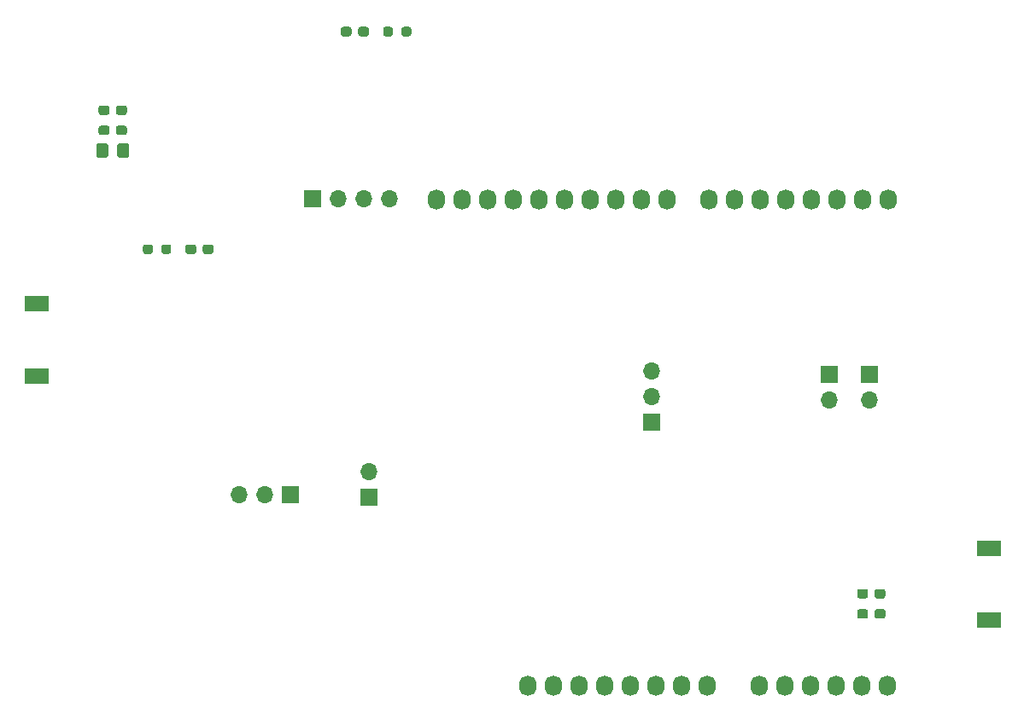
<source format=gbr>
G04 #@! TF.GenerationSoftware,KiCad,Pcbnew,(5.1.12)-1*
G04 #@! TF.CreationDate,2022-03-23T16:05:10-05:00*
G04 #@! TF.ProjectId,AVR-CTF,4156522d-4354-4462-9e6b-696361645f70,rev?*
G04 #@! TF.SameCoordinates,Original*
G04 #@! TF.FileFunction,Soldermask,Bot*
G04 #@! TF.FilePolarity,Negative*
%FSLAX46Y46*%
G04 Gerber Fmt 4.6, Leading zero omitted, Abs format (unit mm)*
G04 Created by KiCad (PCBNEW (5.1.12)-1) date 2022-03-23 16:05:10*
%MOMM*%
%LPD*%
G01*
G04 APERTURE LIST*
%ADD10C,0.010000*%
%ADD11R,1.700000X1.700000*%
%ADD12O,1.700000X1.700000*%
%ADD13C,0.450000*%
%ADD14O,1.727200X2.032000*%
G04 APERTURE END LIST*
D10*
G36*
X206648000Y-105671820D02*
G01*
X206648000Y-104215000D01*
X208949820Y-104215000D01*
X208949820Y-105671820D01*
X206648000Y-105671820D01*
G37*
X206648000Y-105671820D02*
X206648000Y-104215000D01*
X208949820Y-104215000D01*
X208949820Y-105671820D01*
X206648000Y-105671820D01*
G36*
X206648000Y-98509630D02*
G01*
X206648000Y-97065000D01*
X208950170Y-97065000D01*
X208950170Y-98509630D01*
X206648000Y-98509630D01*
G37*
X206648000Y-98509630D02*
X206648000Y-97065000D01*
X208950170Y-97065000D01*
X208950170Y-98509630D01*
X206648000Y-98509630D01*
G36*
X114548000Y-79970370D02*
G01*
X114548000Y-81415000D01*
X112245830Y-81415000D01*
X112245830Y-79970370D01*
X114548000Y-79970370D01*
G37*
X114548000Y-79970370D02*
X114548000Y-81415000D01*
X112245830Y-81415000D01*
X112245830Y-79970370D01*
X114548000Y-79970370D01*
G36*
X114548000Y-72808180D02*
G01*
X114548000Y-74265000D01*
X112246180Y-74265000D01*
X112246180Y-72808180D01*
X114548000Y-72808180D01*
G37*
X114548000Y-72808180D02*
X114548000Y-74265000D01*
X112246180Y-74265000D01*
X112246180Y-72808180D01*
X114548000Y-72808180D01*
G36*
G01*
X120548000Y-57890000D02*
X120548000Y-58840000D01*
G75*
G02*
X120298000Y-59090000I-250000J0D01*
G01*
X119623000Y-59090000D01*
G75*
G02*
X119373000Y-58840000I0J250000D01*
G01*
X119373000Y-57890000D01*
G75*
G02*
X119623000Y-57640000I250000J0D01*
G01*
X120298000Y-57640000D01*
G75*
G02*
X120548000Y-57890000I0J-250000D01*
G01*
G37*
G36*
G01*
X122623000Y-57890000D02*
X122623000Y-58840000D01*
G75*
G02*
X122373000Y-59090000I-250000J0D01*
G01*
X121698000Y-59090000D01*
G75*
G02*
X121448000Y-58840000I0J250000D01*
G01*
X121448000Y-57890000D01*
G75*
G02*
X121698000Y-57640000I250000J0D01*
G01*
X122373000Y-57640000D01*
G75*
G02*
X122623000Y-57890000I0J-250000D01*
G01*
G37*
G36*
G01*
X122398000Y-56127500D02*
X122398000Y-56602500D01*
G75*
G02*
X122160500Y-56840000I-237500J0D01*
G01*
X121560500Y-56840000D01*
G75*
G02*
X121323000Y-56602500I0J237500D01*
G01*
X121323000Y-56127500D01*
G75*
G02*
X121560500Y-55890000I237500J0D01*
G01*
X122160500Y-55890000D01*
G75*
G02*
X122398000Y-56127500I0J-237500D01*
G01*
G37*
G36*
G01*
X120673000Y-56127500D02*
X120673000Y-56602500D01*
G75*
G02*
X120435500Y-56840000I-237500J0D01*
G01*
X119835500Y-56840000D01*
G75*
G02*
X119598000Y-56602500I0J237500D01*
G01*
X119598000Y-56127500D01*
G75*
G02*
X119835500Y-55890000I237500J0D01*
G01*
X120435500Y-55890000D01*
G75*
G02*
X120673000Y-56127500I0J-237500D01*
G01*
G37*
G36*
G01*
X120673000Y-54127500D02*
X120673000Y-54602500D01*
G75*
G02*
X120435500Y-54840000I-237500J0D01*
G01*
X119835500Y-54840000D01*
G75*
G02*
X119598000Y-54602500I0J237500D01*
G01*
X119598000Y-54127500D01*
G75*
G02*
X119835500Y-53890000I237500J0D01*
G01*
X120435500Y-53890000D01*
G75*
G02*
X120673000Y-54127500I0J-237500D01*
G01*
G37*
G36*
G01*
X122398000Y-54127500D02*
X122398000Y-54602500D01*
G75*
G02*
X122160500Y-54840000I-237500J0D01*
G01*
X121560500Y-54840000D01*
G75*
G02*
X121323000Y-54602500I0J237500D01*
G01*
X121323000Y-54127500D01*
G75*
G02*
X121560500Y-53890000I237500J0D01*
G01*
X122160500Y-53890000D01*
G75*
G02*
X122398000Y-54127500I0J-237500D01*
G01*
G37*
G36*
G01*
X128198000Y-68402500D02*
X128198000Y-67927500D01*
G75*
G02*
X128435500Y-67690000I237500J0D01*
G01*
X129035500Y-67690000D01*
G75*
G02*
X129273000Y-67927500I0J-237500D01*
G01*
X129273000Y-68402500D01*
G75*
G02*
X129035500Y-68640000I-237500J0D01*
G01*
X128435500Y-68640000D01*
G75*
G02*
X128198000Y-68402500I0J237500D01*
G01*
G37*
G36*
G01*
X129923000Y-68402500D02*
X129923000Y-67927500D01*
G75*
G02*
X130160500Y-67690000I237500J0D01*
G01*
X130760500Y-67690000D01*
G75*
G02*
X130998000Y-67927500I0J-237500D01*
G01*
X130998000Y-68402500D01*
G75*
G02*
X130760500Y-68640000I-237500J0D01*
G01*
X130160500Y-68640000D01*
G75*
G02*
X129923000Y-68402500I0J237500D01*
G01*
G37*
G36*
G01*
X144673000Y-46327500D02*
X144673000Y-46802500D01*
G75*
G02*
X144435500Y-47040000I-237500J0D01*
G01*
X143835500Y-47040000D01*
G75*
G02*
X143598000Y-46802500I0J237500D01*
G01*
X143598000Y-46327500D01*
G75*
G02*
X143835500Y-46090000I237500J0D01*
G01*
X144435500Y-46090000D01*
G75*
G02*
X144673000Y-46327500I0J-237500D01*
G01*
G37*
G36*
G01*
X146398000Y-46327500D02*
X146398000Y-46802500D01*
G75*
G02*
X146160500Y-47040000I-237500J0D01*
G01*
X145560500Y-47040000D01*
G75*
G02*
X145323000Y-46802500I0J237500D01*
G01*
X145323000Y-46327500D01*
G75*
G02*
X145560500Y-46090000I237500J0D01*
G01*
X146160500Y-46090000D01*
G75*
G02*
X146398000Y-46327500I0J-237500D01*
G01*
G37*
G36*
G01*
X197598000Y-102127500D02*
X197598000Y-102602500D01*
G75*
G02*
X197360500Y-102840000I-237500J0D01*
G01*
X196760500Y-102840000D01*
G75*
G02*
X196523000Y-102602500I0J237500D01*
G01*
X196523000Y-102127500D01*
G75*
G02*
X196760500Y-101890000I237500J0D01*
G01*
X197360500Y-101890000D01*
G75*
G02*
X197598000Y-102127500I0J-237500D01*
G01*
G37*
G36*
G01*
X195873000Y-102127500D02*
X195873000Y-102602500D01*
G75*
G02*
X195635500Y-102840000I-237500J0D01*
G01*
X195035500Y-102840000D01*
G75*
G02*
X194798000Y-102602500I0J237500D01*
G01*
X194798000Y-102127500D01*
G75*
G02*
X195035500Y-101890000I237500J0D01*
G01*
X195635500Y-101890000D01*
G75*
G02*
X195873000Y-102127500I0J-237500D01*
G01*
G37*
G36*
G01*
X195873000Y-104127500D02*
X195873000Y-104602500D01*
G75*
G02*
X195635500Y-104840000I-237500J0D01*
G01*
X195035500Y-104840000D01*
G75*
G02*
X194798000Y-104602500I0J237500D01*
G01*
X194798000Y-104127500D01*
G75*
G02*
X195035500Y-103890000I237500J0D01*
G01*
X195635500Y-103890000D01*
G75*
G02*
X195873000Y-104127500I0J-237500D01*
G01*
G37*
G36*
G01*
X197598000Y-104127500D02*
X197598000Y-104602500D01*
G75*
G02*
X197360500Y-104840000I-237500J0D01*
G01*
X196760500Y-104840000D01*
G75*
G02*
X196523000Y-104602500I0J237500D01*
G01*
X196523000Y-104127500D01*
G75*
G02*
X196760500Y-103890000I237500J0D01*
G01*
X197360500Y-103890000D01*
G75*
G02*
X197598000Y-104127500I0J-237500D01*
G01*
G37*
D11*
X146398000Y-92765000D03*
D12*
X146398000Y-90225000D03*
X133518000Y-92565000D03*
X136058000Y-92565000D03*
D11*
X138598000Y-92565000D03*
X140798000Y-63165000D03*
D12*
X143338000Y-63165000D03*
X145878000Y-63165000D03*
X148418000Y-63165000D03*
X195998000Y-83105000D03*
D11*
X195998000Y-80565000D03*
X191998000Y-80565000D03*
D12*
X191998000Y-83105000D03*
D11*
X174398000Y-85365000D03*
D12*
X174398000Y-82825000D03*
X174398000Y-80285000D03*
D13*
X207798000Y-97790000D03*
X207798000Y-104940000D03*
X113398000Y-73540000D03*
X113398000Y-80690000D03*
D14*
X179955000Y-111502000D03*
X177415000Y-111502000D03*
X174875000Y-111502000D03*
X172335000Y-111502000D03*
X169795000Y-111502000D03*
X167255000Y-111502000D03*
X164715000Y-111502000D03*
X162175000Y-111502000D03*
X185098500Y-111502000D03*
X187638500Y-111502000D03*
X190178500Y-111502000D03*
X192718500Y-111502000D03*
X195258500Y-111502000D03*
X197798500Y-111502000D03*
X153094500Y-63242000D03*
X155634500Y-63242000D03*
X158174500Y-63242000D03*
X160714500Y-63242000D03*
X163254500Y-63242000D03*
X165794500Y-63242000D03*
X168334500Y-63242000D03*
X170874500Y-63242000D03*
X173414500Y-63242000D03*
X175954500Y-63242000D03*
X180082000Y-63242000D03*
X182622000Y-63242000D03*
X185162000Y-63242000D03*
X187702000Y-63242000D03*
X190242000Y-63242000D03*
X192782000Y-63242000D03*
X195322000Y-63242000D03*
X197862000Y-63242000D03*
G36*
G01*
X125823000Y-68402500D02*
X125823000Y-67927500D01*
G75*
G02*
X126060500Y-67690000I237500J0D01*
G01*
X126560500Y-67690000D01*
G75*
G02*
X126798000Y-67927500I0J-237500D01*
G01*
X126798000Y-68402500D01*
G75*
G02*
X126560500Y-68640000I-237500J0D01*
G01*
X126060500Y-68640000D01*
G75*
G02*
X125823000Y-68402500I0J237500D01*
G01*
G37*
G36*
G01*
X123998000Y-68402500D02*
X123998000Y-67927500D01*
G75*
G02*
X124235500Y-67690000I237500J0D01*
G01*
X124735500Y-67690000D01*
G75*
G02*
X124973000Y-67927500I0J-237500D01*
G01*
X124973000Y-68402500D01*
G75*
G02*
X124735500Y-68640000I-237500J0D01*
G01*
X124235500Y-68640000D01*
G75*
G02*
X123998000Y-68402500I0J237500D01*
G01*
G37*
G36*
G01*
X150598000Y-46327500D02*
X150598000Y-46802500D01*
G75*
G02*
X150360500Y-47040000I-237500J0D01*
G01*
X149860500Y-47040000D01*
G75*
G02*
X149623000Y-46802500I0J237500D01*
G01*
X149623000Y-46327500D01*
G75*
G02*
X149860500Y-46090000I237500J0D01*
G01*
X150360500Y-46090000D01*
G75*
G02*
X150598000Y-46327500I0J-237500D01*
G01*
G37*
G36*
G01*
X148773000Y-46327500D02*
X148773000Y-46802500D01*
G75*
G02*
X148535500Y-47040000I-237500J0D01*
G01*
X148035500Y-47040000D01*
G75*
G02*
X147798000Y-46802500I0J237500D01*
G01*
X147798000Y-46327500D01*
G75*
G02*
X148035500Y-46090000I237500J0D01*
G01*
X148535500Y-46090000D01*
G75*
G02*
X148773000Y-46327500I0J-237500D01*
G01*
G37*
M02*

</source>
